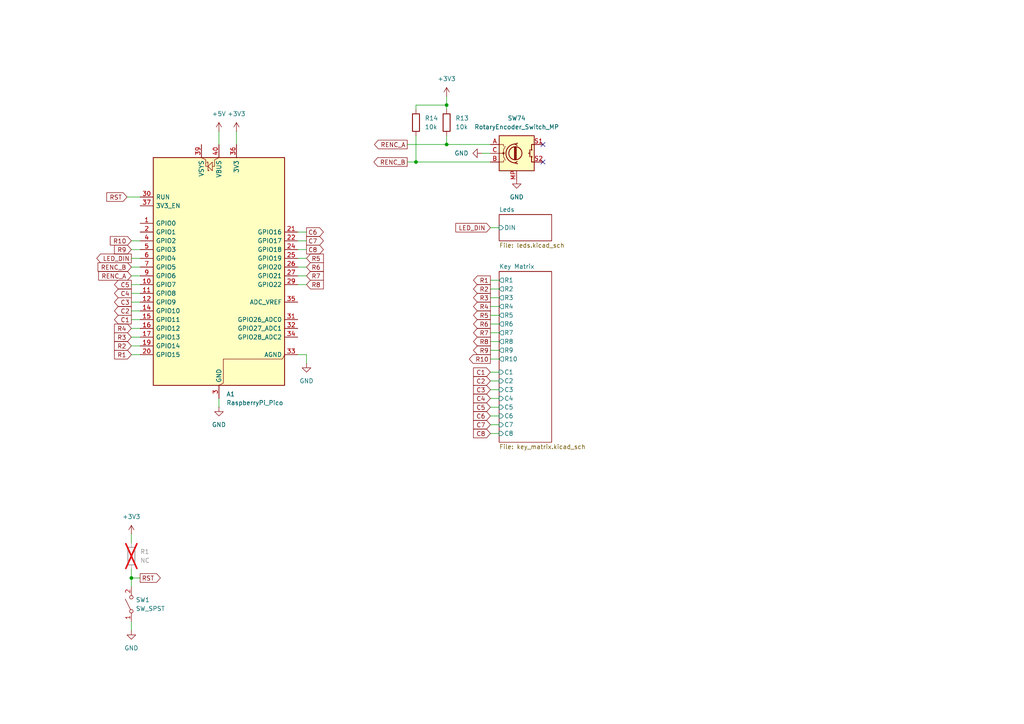
<source format=kicad_sch>
(kicad_sch (version 20250114) (generator "eeschema") (generator_version "9.0")
  (paper "A4")
  (lib_symbols
    (symbol "Device:R" (pin_numbers (hide yes)) (pin_names (offset 0))
      (property "Reference" "R" (at 2.032 0 90))
      (property "Value" "R" (at 0 0 90))
      (symbol "R_0_1"
        (rectangle (start -1.016 -2.54) (end 1.016 2.54) (stroke (width 0.254)))
      )
      (symbol "R_1_1"
        (pin passive line (at 0 3.81 270) (length 1.27) (name "~") (number "1"))
        (pin passive line (at 0 -3.81 90) (length 1.27) (name "~") (number "2"))
      )
    )
    (symbol "Device:RotaryEncoder_Switch_MP" (pin_names (offset 0.254) (hide yes))
      (property "Reference" "SW" (at 0 8.89 0))
      (property "Value" "RotaryEncoder_Switch_MP" (at 0 6.35 0))
      (symbol "RotaryEncoder_Switch_MP_0_1"
        (rectangle (start -5.08 5.08) (end 5.08 -5.08) (stroke (width 0.254)) (fill (type background)))
        (polyline (pts (xy -5.08 2.54) (xy -3.81 2.54) (xy -3.81 2.032)))
        (polyline (pts (xy -5.08 0) (xy -3.81 0) (xy -3.81 -1.016) (xy -3.302 -2.032)))
        (polyline (pts (xy -5.08 -2.54) (xy -3.81 -2.54) (xy -3.81 -2.032)))
        (polyline (pts (xy -4.318 0) (xy -3.81 0) (xy -3.81 1.016) (xy -3.302 2.032)))
        (circle (center -3.81 0) (radius 0.254) (fill (type outline)))
        (polyline (pts (xy -0.635 -1.778) (xy -0.635 1.778)) (stroke (width 0.254)))
        (circle (center -0.381 0) (radius 1.905) (stroke (width 0.254)))
        (polyline (pts (xy -0.381 -1.778) (xy -0.381 1.778)) (stroke (width 0.254)))
        (arc (start -0.381 -2.794) (mid -3.0988 -0.0635) (end -0.381 2.667) (stroke (width 0.254)))
        (polyline (pts (xy -0.127 1.778) (xy -0.127 -1.778)) (stroke (width 0.254)))
        (polyline (pts (xy 0.254 2.921) (xy -0.508 2.667) (xy 0.127 2.286)) (stroke (width 0.254)))
        (polyline (pts (xy 0.254 -3.048) (xy -0.508 -2.794) (xy 0.127 -2.413)) (stroke (width 0.254)))
        (polyline (pts (xy 3.81 1.016) (xy 3.81 -1.016)) (stroke (width 0.254)))
        (polyline (pts (xy 3.81 0) (xy 3.429 0)) (stroke (width 0.254)))
        (circle (center 4.318 1.016) (radius 0.127) (stroke (width 0.254)))
        (circle (center 4.318 -1.016) (radius 0.127) (stroke (width 0.254)))
        (polyline (pts (xy 5.08 2.54) (xy 4.318 2.54) (xy 4.318 1.016)) (stroke (width 0.254)))
        (polyline (pts (xy 5.08 -2.54) (xy 4.318 -2.54) (xy 4.318 -1.016)) (stroke (width 0.254)))
      )
      (symbol "RotaryEncoder_Switch_MP_1_1"
        (pin passive line (at -7.62 2.54 0) (length 2.54) (name "A") (number "A"))
        (pin passive line (at -7.62 0 0) (length 2.54) (name "C") (number "C"))
        (pin passive line (at -7.62 -2.54 0) (length 2.54) (name "B") (number "B"))
        (pin passive line (at 0 -7.62 90) (length 2.54) (name "MP") (number "MP"))
        (pin passive line (at 7.62 2.54 180) (length 2.54) (name "S1") (number "S1"))
        (pin passive line (at 7.62 -2.54 180) (length 2.54) (name "S2") (number "S2"))
      )
    )
    (symbol "MCU_Module:RaspberryPi_Pico" (pin_names (offset 0.762))
      (property "Reference" "A" (at -19.05 35.56 0))
      (property "Value" "RaspberryPi_Pico" (at 7.62 35.56 0))
      (symbol "RaspberryPi_Pico_0_1"
        (rectangle (start -19.05 34.29) (end 19.05 -31.75) (stroke (width 0.254)) (fill (type background)))
        (polyline (pts (xy -5.08 34.29) (xy -3.81 33.655) (xy -3.81 31.75) (xy -3.175 31.75)))
        (polyline (pts (xy -3.429 32.766) (xy -3.429 33.02) (xy -3.175 33.02) (xy -3.175 30.48) (xy -2.921 30.48) (xy -2.921 30.734)))
        (polyline (pts (xy -3.175 31.75) (xy -1.905 33.02) (xy -1.905 30.48) (xy -3.175 31.75)))
        (polyline (pts (xy 0 34.29) (xy -1.27 33.655) (xy -1.27 31.75) (xy -1.905 31.75)))
        (polyline (pts (xy 0 -31.75) (xy 1.27 -31.115) (xy 1.27 -24.13) (xy 18.415 -24.13) (xy 19.05 -22.86)))
      )
      (symbol "RaspberryPi_Pico_1_1"
        (pin passive line (at -22.86 22.86 0) (length 3.81) (name "RUN") (number "30"))
        (pin passive line (at -22.86 20.32 0) (length 3.81) (name "3V3_EN") (number "37"))
        (pin bidirectional line (at -22.86 15.24 0) (length 3.81) (name "GPIO0") (number "1"))
        (pin bidirectional line (at -22.86 12.7 0) (length 3.81) (name "GPIO1") (number "2"))
        (pin bidirectional line (at -22.86 10.16 0) (length 3.81) (name "GPIO2") (number "4"))
        (pin bidirectional line (at -22.86 7.62 0) (length 3.81) (name "GPIO3") (number "5"))
        (pin bidirectional line (at -22.86 5.08 0) (length 3.81) (name "GPIO4") (number "6"))
        (pin bidirectional line (at -22.86 2.54 0) (length 3.81) (name "GPIO5") (number "7"))
        (pin bidirectional line (at -22.86 0 0) (length 3.81) (name "GPIO6") (number "9"))
        (pin bidirectional line (at -22.86 -2.54 0) (length 3.81) (name "GPIO7") (number "10"))
        (pin bidirectional line (at -22.86 -5.08 0) (length 3.81) (name "GPIO8") (number "11"))
        (pin bidirectional line (at -22.86 -7.62 0) (length 3.81) (name "GPIO9") (number "12"))
        (pin bidirectional line (at -22.86 -10.16 0) (length 3.81) (name "GPIO10") (number "14"))
        (pin bidirectional line (at -22.86 -12.7 0) (length 3.81) (name "GPIO11") (number "15"))
        (pin bidirectional line (at -22.86 -15.24 0) (length 3.81) (name "GPIO12") (number "16"))
        (pin bidirectional line (at -22.86 -17.78 0) (length 3.81) (name "GPIO13") (number "17"))
        (pin bidirectional line (at -22.86 -20.32 0) (length 3.81) (name "GPIO14") (number "19"))
        (pin bidirectional line (at -22.86 -22.86 0) (length 3.81) (name "GPIO15") (number "20"))
        (pin power_in line (at -5.08 38.1 270) (length 3.81) (name "VSYS") (number "39"))
        (pin power_out line (at 0 38.1 270) (length 3.81) (name "VBUS") (number "40"))
        (pin passive line (at 0 -35.56 90) (length 3.81) (hide yes) (name "GND") (number "13"))
        (pin passive line (at 0 -35.56 90) (length 3.81) (hide yes) (name "GND") (number "18"))
        (pin passive line (at 0 -35.56 90) (length 3.81) (hide yes) (name "GND") (number "23"))
        (pin passive line (at 0 -35.56 90) (length 3.81) (hide yes) (name "GND") (number "28"))
        (pin power_out line (at 0 -35.56 90) (length 3.81) (name "GND") (number "3"))
        (pin passive line (at 0 -35.56 90) (length 3.81) (hide yes) (name "GND") (number "38"))
        (pin passive line (at 0 -35.56 90) (length 3.81) (hide yes) (name "GND") (number "8"))
        (pin power_out line (at 5.08 38.1 270) (length 3.81) (name "3V3") (number "36"))
        (pin bidirectional line (at 22.86 12.7 180) (length 3.81) (name "GPIO16") (number "21"))
        (pin bidirectional line (at 22.86 10.16 180) (length 3.81) (name "GPIO17") (number "22"))
        (pin bidirectional line (at 22.86 7.62 180) (length 3.81) (name "GPIO18") (number "24"))
        (pin bidirectional line (at 22.86 5.08 180) (length 3.81) (name "GPIO19") (number "25"))
        (pin bidirectional line (at 22.86 2.54 180) (length 3.81) (name "GPIO20") (number "26"))
        (pin bidirectional line (at 22.86 0 180) (length 3.81) (name "GPIO21") (number "27"))
        (pin bidirectional line (at 22.86 -2.54 180) (length 3.81) (name "GPIO22") (number "29"))
        (pin power_in line (at 22.86 -7.62 180) (length 3.81) (name "ADC_VREF") (number "35"))
        (pin bidirectional line (at 22.86 -12.7 180) (length 3.81) (name "GPIO26_ADC0") (number "31"))
        (pin bidirectional line (at 22.86 -15.24 180) (length 3.81) (name "GPIO27_ADC1") (number "32"))
        (pin bidirectional line (at 22.86 -17.78 180) (length 3.81) (name "GPIO28_ADC2") (number "34"))
        (pin power_out line (at 22.86 -22.86 180) (length 3.81) (name "AGND") (number "33"))
      )
    )
    (symbol "Switch:SW_SPST" (pin_names (offset 0) (hide yes))
      (property "Reference" "SW" (at 0 3.175 0))
      (property "Value" "SW_SPST" (at 0 -2.54 0))
      (symbol "SW_SPST_0_0"
        (circle (center -2.032 0) (radius 0.508))
        (polyline (pts (xy -1.524 0.254) (xy 1.524 1.778)))
        (circle (center 2.032 0) (radius 0.508))
      )
      (symbol "SW_SPST_1_1"
        (pin passive line (at -5.08 0 0) (length 2.54) (name "A") (number "1"))
        (pin passive line (at 5.08 0 180) (length 2.54) (name "B") (number "2"))
      )
    )
    (symbol "power:+3V3" (power) (pin_numbers (hide yes)) (pin_names (offset 0) (hide yes))
      (property "Value" "+3V3" (at 0 3.556 0))
      (symbol "+3V3_0_1"
        (polyline (pts (xy -0.762 1.27) (xy 0 2.54)))
        (polyline (pts (xy 0 2.54) (xy 0.762 1.27)))
        (polyline (pts (xy 0 0) (xy 0 2.54)))
      )
      (symbol "+3V3_1_1"
        (pin power_in line (at 0 0 90) (length 0) (name "~") (number "1"))
      )
    )
    (symbol "power:+5V" (power) (pin_numbers (hide yes)) (pin_names (offset 0) (hide yes))
      (property "Value" "+5V" (at 0 3.556 0))
      (symbol "+5V_0_1"
        (polyline (pts (xy -0.762 1.27) (xy 0 2.54)))
        (polyline (pts (xy 0 2.54) (xy 0.762 1.27)))
        (polyline (pts (xy 0 0) (xy 0 2.54)))
      )
      (symbol "+5V_1_1"
        (pin power_in line (at 0 0 90) (length 0) (name "~") (number "1"))
      )
    )
    (symbol "power:GND" (power) (pin_numbers (hide yes)) (pin_names (offset 0) (hide yes))
      (property "Value" "GND" (at 0 -3.81 0))
      (symbol "GND_0_1"
        (polyline (pts (xy 0 0) (xy 0 -1.27) (xy 1.27 -1.27) (xy 0 -2.54) (xy -1.27 -1.27) (xy 0 -1.27)))
      )
      (symbol "GND_1_1"
        (pin power_in line (at 0 0 270) (length 0) (name "~") (number "1"))
      )
    )
  )
  (junction (at 129.54 30.48))
  (junction (at 38.1 167.64))
  (junction (at 120.65 46.99))
  (junction (at 129.54 41.91))
  (no_connect (at 157.48 41.91))
  (no_connect (at -25.4 152.4))
  (no_connect (at 157.48 46.99))
  (wire (pts (xy 63.5 115.57) (xy 63.5 118.11)))
  (wire (pts (xy 142.24 93.98) (xy 144.78 93.98)))
  (wire (pts (xy 36.83 57.15) (xy 40.64 57.15)))
  (wire (pts (xy 129.54 39.37) (xy 129.54 41.91)))
  (wire (pts (xy 38.1 165.1) (xy 38.1 167.64)))
  (wire (pts (xy 120.65 30.48) (xy 129.54 30.48)))
  (wire (pts (xy 86.36 69.85) (xy 88.9 69.85)))
  (wire (pts (xy 142.24 86.36) (xy 144.78 86.36)))
  (wire (pts (xy 38.1 74.93) (xy 40.64 74.93)))
  (wire (pts (xy 86.36 80.01) (xy 88.9 80.01)))
  (wire (pts (xy 88.9 105.41) (xy 88.9 102.87)))
  (wire (pts (xy 142.24 115.57) (xy 144.78 115.57)))
  (wire (pts (xy 142.24 96.52) (xy 144.78 96.52)))
  (wire (pts (xy 38.1 97.79) (xy 40.64 97.79)))
  (wire (pts (xy 38.1 80.01) (xy 40.64 80.01)))
  (wire (pts (xy 118.11 41.91) (xy 129.54 41.91)))
  (wire (pts (xy 38.1 154.94) (xy 38.1 157.48)))
  (wire (pts (xy 129.54 27.94) (xy 129.54 30.48)))
  (wire (pts (xy 120.65 39.37) (xy 120.65 46.99)))
  (wire (pts (xy 38.1 82.55) (xy 40.64 82.55)))
  (wire (pts (xy 86.36 74.93) (xy 88.9 74.93)))
  (wire (pts (xy 38.1 85.09) (xy 40.64 85.09)))
  (wire (pts (xy 139.7 44.45) (xy 142.24 44.45)))
  (wire (pts (xy 38.1 167.64) (xy 40.64 167.64)))
  (wire (pts (xy 142.24 113.03) (xy 144.78 113.03)))
  (wire (pts (xy 129.54 41.91) (xy 142.24 41.91)))
  (wire (pts (xy 38.1 87.63) (xy 40.64 87.63)))
  (wire (pts (xy 142.24 125.73) (xy 144.78 125.73)))
  (wire (pts (xy 86.36 72.39) (xy 88.9 72.39)))
  (wire (pts (xy 38.1 100.33) (xy 40.64 100.33)))
  (wire (pts (xy 86.36 77.47) (xy 88.9 77.47)))
  (wire (pts (xy 142.24 107.95) (xy 144.78 107.95)))
  (wire (pts (xy 142.24 123.19) (xy 144.78 123.19)))
  (wire (pts (xy 142.24 81.28) (xy 144.78 81.28)))
  (wire (pts (xy 38.1 180.34) (xy 38.1 182.88)))
  (wire (pts (xy 63.5 38.1) (xy 63.5 41.91)))
  (wire (pts (xy 142.24 91.44) (xy 144.78 91.44)))
  (wire (pts (xy 38.1 167.64) (xy 38.1 170.18)))
  (wire (pts (xy 142.24 88.9) (xy 144.78 88.9)))
  (wire (pts (xy 142.24 101.6) (xy 144.78 101.6)))
  (wire (pts (xy 38.1 90.17) (xy 40.64 90.17)))
  (wire (pts (xy 142.24 99.06) (xy 144.78 99.06)))
  (wire (pts (xy 142.24 110.49) (xy 144.78 110.49)))
  (wire (pts (xy 142.24 118.11) (xy 144.78 118.11)))
  (wire (pts (xy 142.24 83.82) (xy 144.78 83.82)))
  (wire (pts (xy 86.36 67.31) (xy 88.9 67.31)))
  (wire (pts (xy 38.1 72.39) (xy 40.64 72.39)))
  (wire (pts (xy 38.1 69.85) (xy 40.64 69.85)))
  (wire (pts (xy 120.65 31.75) (xy 120.65 30.48)))
  (wire (pts (xy 38.1 102.87) (xy 40.64 102.87)))
  (wire (pts (xy 120.65 46.99) (xy 142.24 46.99)))
  (wire (pts (xy 88.9 102.87) (xy 86.36 102.87)))
  (wire (pts (xy 38.1 92.71) (xy 40.64 92.71)))
  (wire (pts (xy 142.24 66.04) (xy 144.78 66.04)))
  (wire (pts (xy 38.1 95.25) (xy 40.64 95.25)))
  (wire (pts (xy 142.24 104.14) (xy 144.78 104.14)))
  (wire (pts (xy 118.11 46.99) (xy 120.65 46.99)))
  (wire (pts (xy 38.1 77.47) (xy 40.64 77.47)))
  (wire (pts (xy 68.58 38.1) (xy 68.58 41.91)))
  (wire (pts (xy 129.54 30.48) (xy 129.54 31.75)))
  (wire (pts (xy 86.36 82.55) (xy 88.9 82.55)))
  (wire (pts (xy 142.24 120.65) (xy 144.78 120.65)))
  (global_label "R4" (shape input) (at 38.1 95.25 180) (property "Intersheetrefs" "${INTERSHEET_REFS}" (effects (hide yes))))
  (global_label "RENC_A" (shape input) (at 38.1 80.01 180) (property "Intersheetrefs" "${INTERSHEET_REFS}" (effects (hide yes))))
  (global_label "C5" (shape output) (at 38.1 82.55 180) (property "Intersheetrefs" "${INTERSHEET_REFS}" (effects (hide yes))))
  (global_label "R9" (shape output) (at 142.24 101.6 180) (property "Intersheetrefs" "${INTERSHEET_REFS}" (effects (hide yes))))
  (global_label "RENC_B" (shape input) (at 38.1 77.47 180) (property "Intersheetrefs" "${INTERSHEET_REFS}" (effects (hide yes))))
  (global_label "RENC_A" (shape output) (at 118.11 41.91 180) (property "Intersheetrefs" "${INTERSHEET_REFS}" (effects (hide yes))))
  (global_label "R3" (shape input) (at 38.1 97.79 180) (property "Intersheetrefs" "${INTERSHEET_REFS}" (effects (hide yes))))
  (global_label "R6" (shape input) (at 88.9 77.47 0) (property "Intersheetrefs" "${INTERSHEET_REFS}" (effects (hide yes))))
  (global_label "C1" (shape output) (at 38.1 92.71 180) (property "Intersheetrefs" "${INTERSHEET_REFS}" (effects (hide yes))))
  (global_label "R7" (shape input) (at 88.9 80.01 0) (property "Intersheetrefs" "${INTERSHEET_REFS}" (effects (hide yes))))
  (global_label "LED_DIN" (shape input) (at 142.24 66.04 180) (property "Intersheetrefs" "${INTERSHEET_REFS}" (effects (hide yes))))
  (global_label "C3" (shape output) (at 38.1 87.63 180) (property "Intersheetrefs" "${INTERSHEET_REFS}" (effects (hide yes))))
  (global_label "R4" (shape output) (at 142.24 88.9 180) (property "Intersheetrefs" "${INTERSHEET_REFS}" (effects (hide yes))))
  (global_label "C4" (shape output) (at 38.1 85.09 180) (property "Intersheetrefs" "${INTERSHEET_REFS}" (effects (hide yes))))
  (global_label "C8" (shape input) (at 142.24 125.73 180) (property "Intersheetrefs" "${INTERSHEET_REFS}" (effects (hide yes))))
  (global_label "C2" (shape output) (at 38.1 90.17 180) (property "Intersheetrefs" "${INTERSHEET_REFS}" (effects (hide yes))))
  (global_label "R8" (shape input) (at 88.9 82.55 0) (property "Intersheetrefs" "${INTERSHEET_REFS}" (effects (hide yes))))
  (global_label "R3" (shape output) (at 142.24 86.36 180) (property "Intersheetrefs" "${INTERSHEET_REFS}" (effects (hide yes))))
  (global_label "C7" (shape output) (at 88.9 69.85 0) (property "Intersheetrefs" "${INTERSHEET_REFS}" (effects (hide yes))))
  (global_label "R2" (shape output) (at 142.24 83.82 180) (property "Intersheetrefs" "${INTERSHEET_REFS}" (effects (hide yes))))
  (global_label "C4" (shape input) (at 142.24 115.57 180) (property "Intersheetrefs" "${INTERSHEET_REFS}" (effects (hide yes))))
  (global_label "R9" (shape input) (at 38.1 72.39 180) (property "Intersheetrefs" "${INTERSHEET_REFS}" (effects (hide yes))))
  (global_label "R1" (shape output) (at 142.24 81.28 180) (property "Intersheetrefs" "${INTERSHEET_REFS}" (effects (hide yes))))
  (global_label "R1" (shape input) (at 38.1 102.87 180) (property "Intersheetrefs" "${INTERSHEET_REFS}" (effects (hide yes))))
  (global_label "R2" (shape input) (at 38.1 100.33 180) (property "Intersheetrefs" "${INTERSHEET_REFS}" (effects (hide yes))))
  (global_label "R10" (shape input) (at 38.1 69.85 180) (property "Intersheetrefs" "${INTERSHEET_REFS}" (effects (hide yes))))
  (global_label "RENC_B" (shape output) (at 118.11 46.99 180) (property "Intersheetrefs" "${INTERSHEET_REFS}" (effects (hide yes))))
  (global_label "RST" (shape input) (at 36.83 57.15 180) (property "Intersheetrefs" "${INTERSHEET_REFS}" (effects (hide yes))))
  (global_label "RST" (shape output) (at 40.64 167.64 0) (property "Intersheetrefs" "${INTERSHEET_REFS}" (effects (hide yes))))
  (global_label "C1" (shape input) (at 142.24 107.95 180) (property "Intersheetrefs" "${INTERSHEET_REFS}" (effects (hide yes))))
  (global_label "LED_DIN" (shape output) (at 38.1 74.93 180) (property "Intersheetrefs" "${INTERSHEET_REFS}" (effects (hide yes))))
  (global_label "C6" (shape output) (at 88.9 67.31 0) (property "Intersheetrefs" "${INTERSHEET_REFS}" (effects (hide yes))))
  (global_label "C2" (shape input) (at 142.24 110.49 180) (property "Intersheetrefs" "${INTERSHEET_REFS}" (effects (hide yes))))
  (global_label "C6" (shape input) (at 142.24 120.65 180) (property "Intersheetrefs" "${INTERSHEET_REFS}" (effects (hide yes))))
  (global_label "R10" (shape output) (at 142.24 104.14 180) (property "Intersheetrefs" "${INTERSHEET_REFS}" (effects (hide yes))))
  (global_label "R5" (shape input) (at 88.9 74.93 0) (property "Intersheetrefs" "${INTERSHEET_REFS}" (effects (hide yes))))
  (global_label "R6" (shape output) (at 142.24 93.98 180) (property "Intersheetrefs" "${INTERSHEET_REFS}" (effects (hide yes))))
  (global_label "C5" (shape input) (at 142.24 118.11 180) (property "Intersheetrefs" "${INTERSHEET_REFS}" (effects (hide yes))))
  (global_label "R5" (shape output) (at 142.24 91.44 180) (property "Intersheetrefs" "${INTERSHEET_REFS}" (effects (hide yes))))
  (global_label "R7" (shape output) (at 142.24 96.52 180) (property "Intersheetrefs" "${INTERSHEET_REFS}" (effects (hide yes))))
  (global_label "C8" (shape output) (at 88.9 72.39 0) (property "Intersheetrefs" "${INTERSHEET_REFS}" (effects (hide yes))))
  (global_label "C7" (shape input) (at 142.24 123.19 180) (property "Intersheetrefs" "${INTERSHEET_REFS}" (effects (hide yes))))
  (global_label "C3" (shape input) (at 142.24 113.03 180) (property "Intersheetrefs" "${INTERSHEET_REFS}" (effects (hide yes))))
  (global_label "R8" (shape output) (at 142.24 99.06 180) (property "Intersheetrefs" "${INTERSHEET_REFS}" (effects (hide yes))))
  (symbol (lib_id "Device:RotaryEncoder_Switch_MP") (at 149.86 44.45 0) (unit 1)
    (property "Reference" "SW74" (at 149.86 34.29 0))
    (property "Value" "RotaryEncoder_Switch_MP" (at 149.86 36.83 0))
    (property "Footprint" "Rotary_Encoder:RotaryEncoder_Alps_EC12E_Vertical_H20mm" (effects (hide yes)))
    (property "Description" "Rotary encoder, dual channel, incremental quadrate outputs, with switch and MP Pin" (effects (hide yes)))
  )
  (symbol (lib_id "power:+3V3") (at 68.58 38.1 0) (unit 1)
    (property "Reference" "#PWR02" (effects (hide yes)))
    (property "Value" "+3V3" (at 68.58 33.02 0))
    (property "Description" "Power symbol creates a global label with name \"+3V3\"" (effects (hide yes)))
  )
  (symbol (lib_id "power:+3V3") (at 38.1 154.94 0) (unit 1)
    (property "Reference" "#PWR06" (effects (hide yes)))
    (property "Value" "+3V3" (at 38.1 149.86 0))
    (property "Description" "Power symbol creates a global label with name \"+3V3\"" (effects (hide yes)))
  )
  (symbol (lib_id "power:GND") (at 38.1 182.88 0) (unit 1)
    (property "Reference" "#PWR05" (effects (hide yes)))
    (property "Value" "GND" (at 38.1 187.96 0))
    (property "Description" "Power symbol creates a global label with name \"GND\" , ground" (effects (hide yes)))
  )
  (symbol (lib_id "power:+3V3") (at 129.54 27.94 0) (unit 1)
    (property "Reference" "#PWR0180" (effects (hide yes)))
    (property "Value" "+3V3" (at 129.54 22.86 0))
    (property "Description" "Power symbol creates a global label with name \"+3V3\"" (effects (hide yes)))
  )
  (symbol (lib_id "power:GND") (at 139.7 44.45 270) (unit 1)
    (property "Reference" "#PWR0147" (effects (hide yes)))
    (property "Value" "GND" (at 135.89 44.4499 90) (effects (justify right)))
    (property "Description" "Power symbol creates a global label with name \"GND\" , ground" (effects (hide yes)))
  )
  (symbol (lib_id "power:GND") (at 63.5 118.11 0) (unit 1)
    (property "Reference" "#PWR03" (effects (hide yes)))
    (property "Value" "GND" (at 63.5 123.19 0))
    (property "Description" "Power symbol creates a global label with name \"GND\" , ground" (effects (hide yes)))
  )
  (symbol (lib_id "MCU_Module:RaspberryPi_Pico") (at 63.5 80.01 0) (unit 1)
    (property "Reference" "A1" (at 65.6433 114.3 0) (effects (justify left)))
    (property "Value" "RaspberryPi_Pico" (at 65.6433 116.84 0) (effects (justify left)))
    (property "Footprint" "Module:RaspberryPi_Pico_Common_SMD" (effects (hide yes)))
    (property "Datasheet" "https://datasheets.raspberrypi.com/pico/pico-datasheet.pdf" (effects (hide yes)))
    (property "Description" "Versatile and inexpensive microcontroller module powered by RP2040 dual-core Arm Cortex-M0+ processor up to 133 MHz, 264kB SRAM, 2MB QSPI flash; also supports Raspberry Pi Pico 2" (effects (hide yes)))
  )
  (symbol (lib_id "Device:R") (at 120.65 35.56 0) (unit 1)
    (property "Reference" "R14" (at 123.19 34.2899 0) (effects (justify left)))
    (property "Value" "10k" (at 123.19 36.8299 0) (effects (justify left)))
    (property "Footprint" "Resistor_SMD:R_0603_1608Metric" (effects (hide yes)))
    (property "Description" "Resistor" (effects (hide yes)))
  )
  (symbol (lib_id "Switch:SW_SPST") (at 38.1 175.26 90) (unit 1)
    (property "Reference" "SW1" (at 39.37 173.9899 90) (effects (justify right)))
    (property "Value" "SW_SPST" (at 39.37 176.5299 90) (effects (justify right)))
    (property "Footprint" "Button_Switch_THT:SW_PUSH_6mm" (effects (hide yes)))
    (property "Description" "Single Pole Single Throw (SPST) switch" (effects (hide yes)))
  )
  (symbol (lib_id "Device:R") (at 38.1 161.29 0) (unit 1) (dnp yes)
    (property "Reference" "R1" (at 40.64 160.0199 0) (effects (justify left)))
    (property "Value" "NC" (at 40.64 162.5599 0) (effects (justify left)))
    (property "Footprint" "Resistor_SMD:R_0603_1608Metric" (effects (hide yes)))
    (property "Description" "Resistor" (effects (hide yes)))
  )
  (symbol (lib_id "Device:R") (at 129.54 35.56 0) (unit 1)
    (property "Reference" "R13" (at 132.08 34.2899 0) (effects (justify left)))
    (property "Value" "10k" (at 132.08 36.8299 0) (effects (justify left)))
    (property "Footprint" "Resistor_SMD:R_0603_1608Metric" (effects (hide yes)))
    (property "Description" "Resistor" (effects (hide yes)))
  )
  (symbol (lib_id "power:GND") (at 149.86 52.07 0) (unit 1)
    (property "Reference" "#PWR0181" (effects (hide yes)))
    (property "Value" "GND" (at 149.86 57.15 0))
    (property "Description" "Power symbol creates a global label with name \"GND\" , ground" (effects (hide yes)))
  )
  (symbol (lib_id "power:+5V") (at 63.5 38.1 0) (unit 1)
    (property "Reference" "#PWR01" (effects (hide yes)))
    (property "Value" "+5V" (at 63.5 33.02 0))
    (property "Description" "Power symbol creates a global label with name \"+5V\"" (effects (hide yes)))
  )
  (symbol (lib_id "power:GND") (at 88.9 105.41 0) (unit 1)
    (property "Reference" "#PWR04" (effects (hide yes)))
    (property "Value" "GND" (at 88.9 110.49 0))
    (property "Description" "Power symbol creates a global label with name \"GND\" , ground" (effects (hide yes)))
  )
  (sheet (at 144.78 62.23) (size 15.24 7.62) (stroke (width 0.1524))
    (property "Sheetname" "Leds" (at 144.78 61.5184 0) (effects (justify left bottom)))
    (property "Sheetfile" "leds.kicad_sch" (at 144.78 70.4346 0) (effects (justify left top)))
    (pin "DIN" input (at 144.78 66.04 180))
  )
  (sheet (at 144.78 78.74) (size 15.24 49.53) (stroke (width 0.1524))
    (property "Sheetname" "Key Matrix" (at 144.78 78.0284 0) (effects (justify left bottom)))
    (property "Sheetfile" "key_matrix.kicad_sch" (at 144.78 128.8546 0) (effects (justify left top)))
    (pin "R1" output (at 144.78 81.28 180))
    (pin "R4" output (at 144.78 88.9 180))
    (pin "R2" output (at 144.78 83.82 180))
    (pin "C5" input (at 144.78 118.11 180))
    (pin "R9" output (at 144.78 101.6 180))
    (pin "R7" output (at 144.78 96.52 180))
    (pin "C7" input (at 144.78 123.19 180))
    (pin "R8" output (at 144.78 99.06 180))
    (pin "R3" output (at 144.78 86.36 180))
    (pin "R6" output (at 144.78 93.98 180))
    (pin "C6" input (at 144.78 120.65 180))
    (pin "C4" input (at 144.78 115.57 180))
    (pin "C8" input (at 144.78 125.73 180))
    (pin "C3" input (at 144.78 113.03 180))
    (pin "R5" output (at 144.78 91.44 180))
    (pin "C2" input (at 144.78 110.49 180))
    (pin "C1" input (at 144.78 107.95 180))
    (pin "R10" output (at 144.78 104.14 180))
  )
)
</source>
